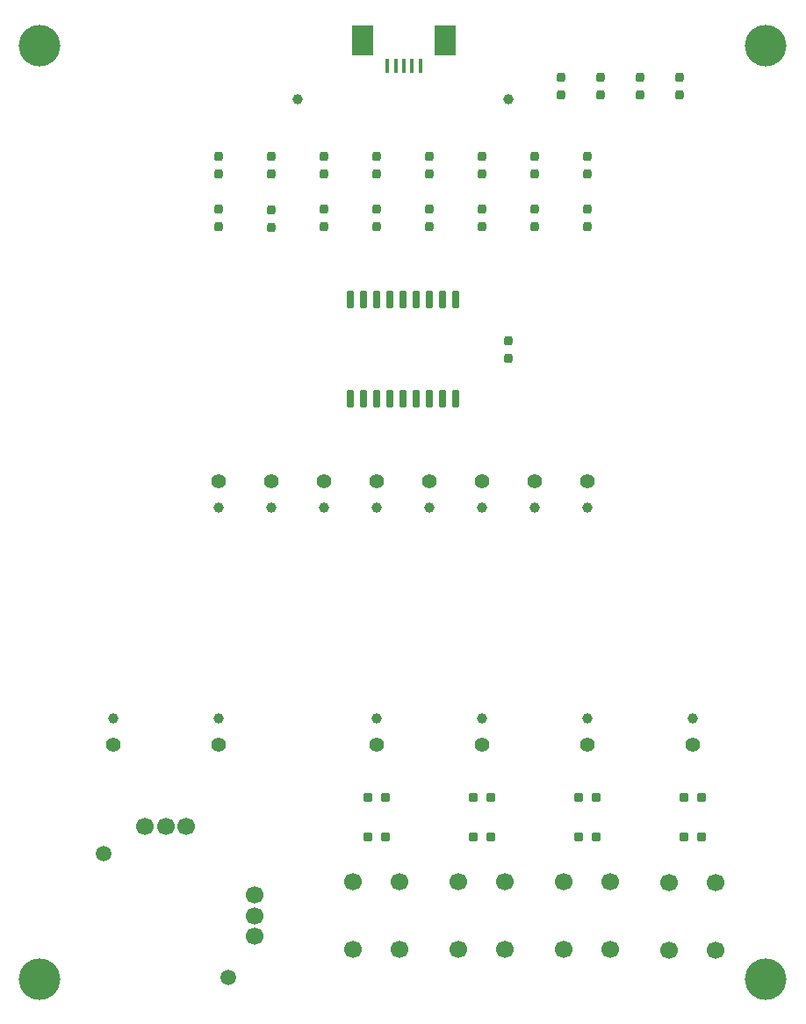
<source format=gts>
G04 #@! TF.GenerationSoftware,KiCad,Pcbnew,(6.0.4-0)*
G04 #@! TF.CreationDate,2022-04-01T19:28:55+09:00*
G04 #@! TF.ProjectId,TrainingBoard-01,54726169-6e69-46e6-9742-6f6172642d30,V1.0*
G04 #@! TF.SameCoordinates,Original*
G04 #@! TF.FileFunction,Soldermask,Top*
G04 #@! TF.FilePolarity,Negative*
%FSLAX46Y46*%
G04 Gerber Fmt 4.6, Leading zero omitted, Abs format (unit mm)*
G04 Created by KiCad (PCBNEW (6.0.4-0)) date 2022-04-01 19:28:55*
%MOMM*%
%LPD*%
G01*
G04 APERTURE LIST*
G04 Aperture macros list*
%AMRoundRect*
0 Rectangle with rounded corners*
0 $1 Rounding radius*
0 $2 $3 $4 $5 $6 $7 $8 $9 X,Y pos of 4 corners*
0 Add a 4 corners polygon primitive as box body*
4,1,4,$2,$3,$4,$5,$6,$7,$8,$9,$2,$3,0*
0 Add four circle primitives for the rounded corners*
1,1,$1+$1,$2,$3*
1,1,$1+$1,$4,$5*
1,1,$1+$1,$6,$7*
1,1,$1+$1,$8,$9*
0 Add four rect primitives between the rounded corners*
20,1,$1+$1,$2,$3,$4,$5,0*
20,1,$1+$1,$4,$5,$6,$7,0*
20,1,$1+$1,$6,$7,$8,$9,0*
20,1,$1+$1,$8,$9,$2,$3,0*%
G04 Aperture macros list end*
%ADD10C,4.000000*%
%ADD11RoundRect,0.200000X-0.250000X-0.200000X0.250000X-0.200000X0.250000X0.200000X-0.250000X0.200000X0*%
%ADD12C,1.000000*%
%ADD13RoundRect,0.200000X-0.200000X0.250000X-0.200000X-0.250000X0.200000X-0.250000X0.200000X0.250000X0*%
%ADD14C,1.400000*%
%ADD15RoundRect,0.200000X0.200000X-0.250000X0.200000X0.250000X-0.200000X0.250000X-0.200000X-0.250000X0*%
%ADD16C,1.700000*%
%ADD17RoundRect,0.200000X0.250000X0.200000X-0.250000X0.200000X-0.250000X-0.200000X0.250000X-0.200000X0*%
%ADD18C,1.500000*%
%ADD19RoundRect,0.150000X0.150000X-0.725000X0.150000X0.725000X-0.150000X0.725000X-0.150000X-0.725000X0*%
%ADD20R,0.400000X1.400000*%
%ADD21R,2.000000X3.000000*%
G04 APERTURE END LIST*
D10*
X-35000000Y-95000000D03*
X35000000Y-95000000D03*
X35000000Y-5000000D03*
X-35000000Y-5000000D03*
D11*
X6770000Y-81280000D03*
X8470000Y-81280000D03*
D12*
X10160000Y-10160000D03*
D13*
X-17780000Y-15660000D03*
X-17780000Y-17360000D03*
D14*
X17780000Y-46990000D03*
D12*
X17780000Y-49530000D03*
D14*
X-2540000Y-46990000D03*
D12*
X-2540000Y-49530000D03*
D15*
X17780000Y-22440000D03*
X17780000Y-20740000D03*
X7620000Y-22440000D03*
X7620000Y-20740000D03*
D16*
X5370000Y-92150000D03*
X5370000Y-85650000D03*
X9870000Y-92150000D03*
X9870000Y-85650000D03*
D15*
X12700000Y-22440000D03*
X12700000Y-20740000D03*
D17*
X28790000Y-81280000D03*
X27090000Y-81280000D03*
D12*
X7620000Y-49530000D03*
D14*
X7620000Y-46990000D03*
D11*
X-3390000Y-81280000D03*
X-1690000Y-81280000D03*
D13*
X12700000Y-15660000D03*
X12700000Y-17360000D03*
D17*
X28790000Y-77470000D03*
X27090000Y-77470000D03*
D16*
X-20860000Y-80300000D03*
X-22860000Y-80300000D03*
X-24860000Y-80300000D03*
D17*
X-1690000Y-77470000D03*
X-3390000Y-77470000D03*
D14*
X-12700000Y-46990000D03*
D12*
X-12700000Y-49530000D03*
D16*
X25690000Y-92220000D03*
X25690000Y-85720000D03*
X30190000Y-92220000D03*
X30190000Y-85720000D03*
X15530000Y-92150000D03*
X15530000Y-85650000D03*
X20030000Y-92150000D03*
X20030000Y-85650000D03*
D12*
X27940000Y-69850000D03*
D14*
X27940000Y-72390000D03*
D15*
X10160000Y-35140000D03*
X10160000Y-33440000D03*
D18*
X-16860000Y-94900000D03*
D19*
X-5080000Y-39065000D03*
X-3810000Y-39065000D03*
X-2540000Y-39065000D03*
X-1270000Y-39065000D03*
X0Y-39065000D03*
X1270000Y-39065000D03*
X2540000Y-39065000D03*
X3810000Y-39065000D03*
X5080000Y-39065000D03*
X5080000Y-29515000D03*
X3810000Y-29515000D03*
X2540000Y-29515000D03*
X1270000Y-29515000D03*
X0Y-29515000D03*
X-1270000Y-29515000D03*
X-2540000Y-29515000D03*
X-3810000Y-29515000D03*
X-5080000Y-29515000D03*
D14*
X7620000Y-72390000D03*
D12*
X7620000Y-69850000D03*
D13*
X-12700000Y-15660000D03*
X-12700000Y-17360000D03*
D12*
X-17780000Y-49530000D03*
D14*
X-17780000Y-46990000D03*
D13*
X7620000Y-15660000D03*
X7620000Y-17360000D03*
D15*
X2540000Y-22440000D03*
X2540000Y-20740000D03*
D13*
X15240000Y-8040000D03*
X15240000Y-9740000D03*
D12*
X12700000Y-49530000D03*
D14*
X12700000Y-46990000D03*
X-2540000Y-72390000D03*
D12*
X-2540000Y-69850000D03*
X-17780000Y-69850000D03*
D14*
X-17780000Y-72390000D03*
D15*
X26670000Y-9740000D03*
X26670000Y-8040000D03*
D13*
X2540000Y-15660000D03*
X2540000Y-17360000D03*
D15*
X-12700000Y-22540000D03*
X-12700000Y-20840000D03*
X-17780000Y-22440000D03*
X-17780000Y-20740000D03*
D17*
X8470000Y-77470000D03*
X6770000Y-77470000D03*
D12*
X-10160000Y-10160000D03*
D13*
X-2540000Y-15660000D03*
X-2540000Y-17360000D03*
D12*
X17780000Y-69850000D03*
D14*
X17780000Y-72390000D03*
D16*
X-14260000Y-90900000D03*
X-14260000Y-88900000D03*
X-14260000Y-86900000D03*
D15*
X22860000Y-9740000D03*
X22860000Y-8040000D03*
D12*
X-27940000Y-69850000D03*
D14*
X-27940000Y-72390000D03*
D20*
X1700000Y-7000000D03*
X900000Y-7000000D03*
X100000Y-7000000D03*
X-700000Y-7000000D03*
X-1500000Y-7000000D03*
D21*
X-3900000Y-4500000D03*
X4100000Y-4500000D03*
D16*
X-4790000Y-92150000D03*
X-4790000Y-85650000D03*
X-290000Y-92150000D03*
X-290000Y-85650000D03*
D17*
X18630000Y-81280000D03*
X16930000Y-81280000D03*
D18*
X-28860000Y-82900000D03*
D14*
X-7620000Y-46990000D03*
D12*
X-7620000Y-49530000D03*
D15*
X-7620000Y-22440000D03*
X-7620000Y-20740000D03*
D17*
X18630000Y-77470000D03*
X16930000Y-77470000D03*
D13*
X17780000Y-15660000D03*
X17780000Y-17360000D03*
D14*
X2540000Y-46990000D03*
D12*
X2540000Y-49530000D03*
D13*
X-7620000Y-15660000D03*
X-7620000Y-17360000D03*
D15*
X19050000Y-9740000D03*
X19050000Y-8040000D03*
X-2540000Y-22440000D03*
X-2540000Y-20740000D03*
M02*

</source>
